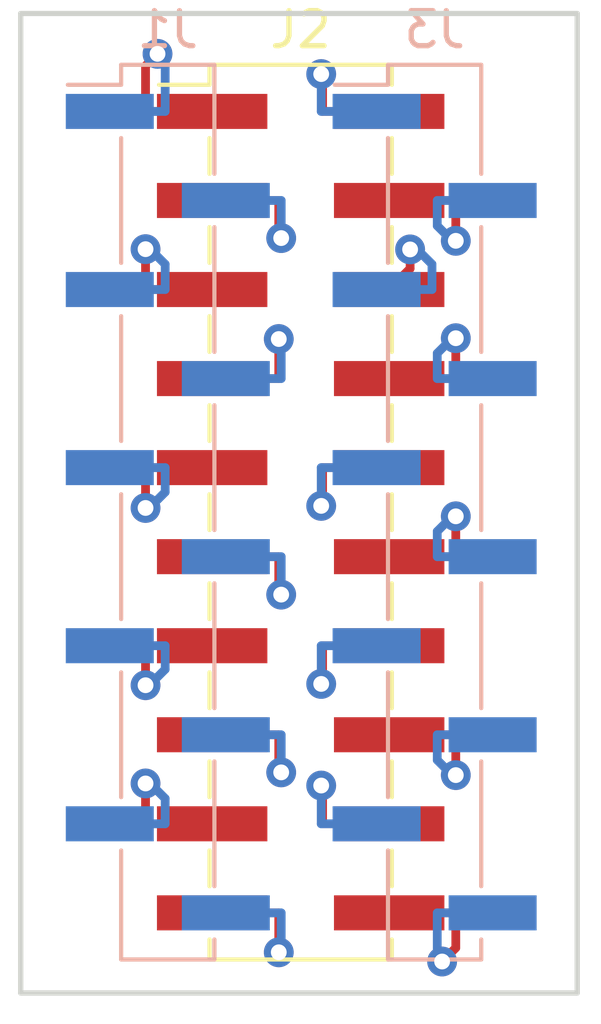
<source format=kicad_pcb>
(kicad_pcb (version 4) (host pcbnew 4.0.7-e2-6376~58~ubuntu16.04.1)

  (general
    (links 20)
    (no_connects 0)
    (area 139.668618 90.294 156.973382 119.864)
    (thickness 1.6)
    (drawings 4)
    (tracks 131)
    (zones 0)
    (modules 3)
    (nets 21)
  )

  (page A4)
  (layers
    (0 F.Cu signal)
    (31 B.Cu signal)
    (32 B.Adhes user)
    (33 F.Adhes user)
    (34 B.Paste user)
    (35 F.Paste user)
    (36 B.SilkS user)
    (37 F.SilkS user)
    (38 B.Mask user)
    (39 F.Mask user)
    (40 Dwgs.User user)
    (41 Cmts.User user)
    (42 Eco1.User user)
    (43 Eco2.User user)
    (44 Edge.Cuts user)
    (45 Margin user)
    (46 B.CrtYd user)
    (47 F.CrtYd user)
    (48 B.Fab user)
    (49 F.Fab user)
  )

  (setup
    (last_trace_width 0.25)
    (trace_clearance 0.2)
    (zone_clearance 0.508)
    (zone_45_only no)
    (trace_min 0.2)
    (segment_width 0.2)
    (edge_width 0.15)
    (via_size 0.85)
    (via_drill 0.45)
    (via_min_size 0.4)
    (via_min_drill 0.3)
    (uvia_size 0.3)
    (uvia_drill 0.1)
    (uvias_allowed no)
    (uvia_min_size 0.2)
    (uvia_min_drill 0.1)
    (pcb_text_width 0.3)
    (pcb_text_size 1.5 1.5)
    (mod_edge_width 0.15)
    (mod_text_size 1 1)
    (mod_text_width 0.15)
    (pad_size 1.524 1.524)
    (pad_drill 0.762)
    (pad_to_mask_clearance 0.2)
    (aux_axis_origin 0 0)
    (visible_elements FFFFFF7F)
    (pcbplotparams
      (layerselection 0x010f0_80000001)
      (usegerberextensions true)
      (excludeedgelayer true)
      (linewidth 0.100000)
      (plotframeref false)
      (viasonmask false)
      (mode 1)
      (useauxorigin false)
      (hpglpennumber 1)
      (hpglpenspeed 20)
      (hpglpendiameter 15)
      (hpglpenoverlay 2)
      (psnegative false)
      (psa4output false)
      (plotreference true)
      (plotvalue true)
      (plotinvisibletext false)
      (padsonsilk false)
      (subtractmaskfromsilk false)
      (outputformat 1)
      (mirror false)
      (drillshape 0)
      (scaleselection 1)
      (outputdirectory r_02x10_gerber/))
  )

  (net 0 "")
  (net 1 "Net-(J1-Pad2)")
  (net 2 "Net-(J1-Pad4)")
  (net 3 "Net-(J1-Pad6)")
  (net 4 "Net-(J1-Pad8)")
  (net 5 "Net-(J1-Pad10)")
  (net 6 "Net-(J1-Pad1)")
  (net 7 "Net-(J1-Pad3)")
  (net 8 "Net-(J1-Pad5)")
  (net 9 "Net-(J1-Pad7)")
  (net 10 "Net-(J1-Pad9)")
  (net 11 "Net-(J2-Pad2)")
  (net 12 "Net-(J2-Pad4)")
  (net 13 "Net-(J2-Pad6)")
  (net 14 "Net-(J2-Pad8)")
  (net 15 "Net-(J2-Pad10)")
  (net 16 "Net-(J2-Pad12)")
  (net 17 "Net-(J2-Pad14)")
  (net 18 "Net-(J2-Pad16)")
  (net 19 "Net-(J2-Pad18)")
  (net 20 "Net-(J2-Pad20)")

  (net_class Default "This is the default net class."
    (clearance 0.2)
    (trace_width 0.25)
    (via_dia 0.85)
    (via_drill 0.45)
    (uvia_dia 0.3)
    (uvia_drill 0.1)
    (add_net "Net-(J1-Pad1)")
    (add_net "Net-(J1-Pad10)")
    (add_net "Net-(J1-Pad2)")
    (add_net "Net-(J1-Pad3)")
    (add_net "Net-(J1-Pad4)")
    (add_net "Net-(J1-Pad5)")
    (add_net "Net-(J1-Pad6)")
    (add_net "Net-(J1-Pad7)")
    (add_net "Net-(J1-Pad8)")
    (add_net "Net-(J1-Pad9)")
    (add_net "Net-(J2-Pad10)")
    (add_net "Net-(J2-Pad12)")
    (add_net "Net-(J2-Pad14)")
    (add_net "Net-(J2-Pad16)")
    (add_net "Net-(J2-Pad18)")
    (add_net "Net-(J2-Pad2)")
    (add_net "Net-(J2-Pad20)")
    (add_net "Net-(J2-Pad4)")
    (add_net "Net-(J2-Pad6)")
    (add_net "Net-(J2-Pad8)")
  )

  (module Pin_Headers:Pin_Header_Straight_1x10_Pitch2.54mm_SMD_Pin1Right (layer B.Cu) (tedit 59650532) (tstamp 5A4D6E18)
    (at 144.53 105.029 180)
    (descr "surface-mounted straight pin header, 1x10, 2.54mm pitch, single row, style 2 (pin 1 right)")
    (tags "Surface mounted pin header SMD 1x10 2.54mm single row style2 pin1 right")
    (path /5A4D11B2)
    (attr smd)
    (fp_text reference J1 (at 0 13.76 180) (layer B.SilkS)
      (effects (font (size 1 1) (thickness 0.15)) (justify mirror))
    )
    (fp_text value Conn_01x10_Odd (at -3.425 3.4036 270) (layer B.Fab)
      (effects (font (size 1 1) (thickness 0.15)) (justify mirror))
    )
    (fp_line (start 1.27 -12.7) (end -1.27 -12.7) (layer B.Fab) (width 0.1))
    (fp_line (start -1.27 12.7) (end 0.32 12.7) (layer B.Fab) (width 0.1))
    (fp_line (start 1.27 -12.7) (end 1.27 11.75) (layer B.Fab) (width 0.1))
    (fp_line (start 1.27 11.75) (end 0.32 12.7) (layer B.Fab) (width 0.1))
    (fp_line (start -1.27 12.7) (end -1.27 -12.7) (layer B.Fab) (width 0.1))
    (fp_line (start -1.27 9.21) (end -2.54 9.21) (layer B.Fab) (width 0.1))
    (fp_line (start -2.54 9.21) (end -2.54 8.57) (layer B.Fab) (width 0.1))
    (fp_line (start -2.54 8.57) (end -1.27 8.57) (layer B.Fab) (width 0.1))
    (fp_line (start -1.27 4.13) (end -2.54 4.13) (layer B.Fab) (width 0.1))
    (fp_line (start -2.54 4.13) (end -2.54 3.49) (layer B.Fab) (width 0.1))
    (fp_line (start -2.54 3.49) (end -1.27 3.49) (layer B.Fab) (width 0.1))
    (fp_line (start -1.27 -0.95) (end -2.54 -0.95) (layer B.Fab) (width 0.1))
    (fp_line (start -2.54 -0.95) (end -2.54 -1.59) (layer B.Fab) (width 0.1))
    (fp_line (start -2.54 -1.59) (end -1.27 -1.59) (layer B.Fab) (width 0.1))
    (fp_line (start -1.27 -6.03) (end -2.54 -6.03) (layer B.Fab) (width 0.1))
    (fp_line (start -2.54 -6.03) (end -2.54 -6.67) (layer B.Fab) (width 0.1))
    (fp_line (start -2.54 -6.67) (end -1.27 -6.67) (layer B.Fab) (width 0.1))
    (fp_line (start -1.27 -11.11) (end -2.54 -11.11) (layer B.Fab) (width 0.1))
    (fp_line (start -2.54 -11.11) (end -2.54 -11.75) (layer B.Fab) (width 0.1))
    (fp_line (start -2.54 -11.75) (end -1.27 -11.75) (layer B.Fab) (width 0.1))
    (fp_line (start 1.27 11.75) (end 2.54 11.75) (layer B.Fab) (width 0.1))
    (fp_line (start 2.54 11.75) (end 2.54 11.11) (layer B.Fab) (width 0.1))
    (fp_line (start 2.54 11.11) (end 1.27 11.11) (layer B.Fab) (width 0.1))
    (fp_line (start 1.27 6.67) (end 2.54 6.67) (layer B.Fab) (width 0.1))
    (fp_line (start 2.54 6.67) (end 2.54 6.03) (layer B.Fab) (width 0.1))
    (fp_line (start 2.54 6.03) (end 1.27 6.03) (layer B.Fab) (width 0.1))
    (fp_line (start 1.27 1.59) (end 2.54 1.59) (layer B.Fab) (width 0.1))
    (fp_line (start 2.54 1.59) (end 2.54 0.95) (layer B.Fab) (width 0.1))
    (fp_line (start 2.54 0.95) (end 1.27 0.95) (layer B.Fab) (width 0.1))
    (fp_line (start 1.27 -3.49) (end 2.54 -3.49) (layer B.Fab) (width 0.1))
    (fp_line (start 2.54 -3.49) (end 2.54 -4.13) (layer B.Fab) (width 0.1))
    (fp_line (start 2.54 -4.13) (end 1.27 -4.13) (layer B.Fab) (width 0.1))
    (fp_line (start 1.27 -8.57) (end 2.54 -8.57) (layer B.Fab) (width 0.1))
    (fp_line (start 2.54 -8.57) (end 2.54 -9.21) (layer B.Fab) (width 0.1))
    (fp_line (start 2.54 -9.21) (end 1.27 -9.21) (layer B.Fab) (width 0.1))
    (fp_line (start -1.33 12.76) (end 1.33 12.76) (layer B.SilkS) (width 0.12))
    (fp_line (start -1.33 -12.76) (end 1.33 -12.76) (layer B.SilkS) (width 0.12))
    (fp_line (start 1.33 10.67) (end 1.33 7.11) (layer B.SilkS) (width 0.12))
    (fp_line (start 1.33 5.59) (end 1.33 2.03) (layer B.SilkS) (width 0.12))
    (fp_line (start 1.33 0.51) (end 1.33 -3.05) (layer B.SilkS) (width 0.12))
    (fp_line (start 1.33 -4.57) (end 1.33 -8.13) (layer B.SilkS) (width 0.12))
    (fp_line (start 1.33 -9.65) (end 1.33 -12.76) (layer B.SilkS) (width 0.12))
    (fp_line (start -1.33 12.76) (end -1.33 9.65) (layer B.SilkS) (width 0.12))
    (fp_line (start 1.33 12.19) (end 2.85 12.19) (layer B.SilkS) (width 0.12))
    (fp_line (start 1.33 12.76) (end 1.33 12.19) (layer B.SilkS) (width 0.12))
    (fp_line (start -1.33 -12.19) (end -1.33 -12.76) (layer B.SilkS) (width 0.12))
    (fp_line (start -1.33 8.13) (end -1.33 4.57) (layer B.SilkS) (width 0.12))
    (fp_line (start -1.33 3.05) (end -1.33 -0.51) (layer B.SilkS) (width 0.12))
    (fp_line (start -1.33 -2.03) (end -1.33 -5.59) (layer B.SilkS) (width 0.12))
    (fp_line (start -1.33 -7.11) (end -1.33 -10.67) (layer B.SilkS) (width 0.12))
    (fp_line (start -3.45 13.2) (end -3.45 -13.2) (layer B.CrtYd) (width 0.05))
    (fp_line (start -3.45 -13.2) (end 3.45 -13.2) (layer B.CrtYd) (width 0.05))
    (fp_line (start 3.45 -13.2) (end 3.45 13.2) (layer B.CrtYd) (width 0.05))
    (fp_line (start 3.45 13.2) (end -3.45 13.2) (layer B.CrtYd) (width 0.05))
    (fp_text user %R (at 0 0 450) (layer B.Fab)
      (effects (font (size 1 1) (thickness 0.15)) (justify mirror))
    )
    (pad 2 smd rect (at -1.655 8.89 180) (size 2.51 1) (layers B.Cu B.Paste B.Mask)
      (net 1 "Net-(J1-Pad2)"))
    (pad 4 smd rect (at -1.655 3.81 180) (size 2.51 1) (layers B.Cu B.Paste B.Mask)
      (net 2 "Net-(J1-Pad4)"))
    (pad 6 smd rect (at -1.655 -1.27 180) (size 2.51 1) (layers B.Cu B.Paste B.Mask)
      (net 3 "Net-(J1-Pad6)"))
    (pad 8 smd rect (at -1.655 -6.35 180) (size 2.51 1) (layers B.Cu B.Paste B.Mask)
      (net 4 "Net-(J1-Pad8)"))
    (pad 10 smd rect (at -1.655 -11.43 180) (size 2.51 1) (layers B.Cu B.Paste B.Mask)
      (net 5 "Net-(J1-Pad10)"))
    (pad 1 smd rect (at 1.655 11.43 180) (size 2.51 1) (layers B.Cu B.Paste B.Mask)
      (net 6 "Net-(J1-Pad1)"))
    (pad 3 smd rect (at 1.655 6.35 180) (size 2.51 1) (layers B.Cu B.Paste B.Mask)
      (net 7 "Net-(J1-Pad3)"))
    (pad 5 smd rect (at 1.655 1.27 180) (size 2.51 1) (layers B.Cu B.Paste B.Mask)
      (net 8 "Net-(J1-Pad5)"))
    (pad 7 smd rect (at 1.655 -3.81 180) (size 2.51 1) (layers B.Cu B.Paste B.Mask)
      (net 9 "Net-(J1-Pad7)"))
    (pad 9 smd rect (at 1.655 -8.89 180) (size 2.51 1) (layers B.Cu B.Paste B.Mask)
      (net 10 "Net-(J1-Pad9)"))
    (model ${KISYS3DMOD}/Pin_Headers.3dshapes/Pin_Header_Straight_1x10_Pitch2.54mm_SMD_Pin1Right.wrl
      (at (xyz 0 0 0))
      (scale (xyz 1 1 1))
      (rotate (xyz 0 0 0))
    )
  )

  (module Pin_Headers:Pin_Header_Straight_1x10_Pitch2.54mm_SMD_Pin1Right (layer B.Cu) (tedit 59650532) (tstamp 5A4D6E3E)
    (at 152.142 105.029 180)
    (descr "surface-mounted straight pin header, 1x10, 2.54mm pitch, single row, style 2 (pin 1 right)")
    (tags "Surface mounted pin header SMD 1x10 2.54mm single row style2 pin1 right")
    (path /5A4D1177)
    (attr smd)
    (fp_text reference J3 (at 0 13.76 180) (layer B.SilkS)
      (effects (font (size 1 1) (thickness 0.15)) (justify mirror))
    )
    (fp_text value Conn_01x10_Even (at 3.552 1.524 270) (layer B.Fab)
      (effects (font (size 1 1) (thickness 0.15)) (justify mirror))
    )
    (fp_line (start 1.27 -12.7) (end -1.27 -12.7) (layer B.Fab) (width 0.1))
    (fp_line (start -1.27 12.7) (end 0.32 12.7) (layer B.Fab) (width 0.1))
    (fp_line (start 1.27 -12.7) (end 1.27 11.75) (layer B.Fab) (width 0.1))
    (fp_line (start 1.27 11.75) (end 0.32 12.7) (layer B.Fab) (width 0.1))
    (fp_line (start -1.27 12.7) (end -1.27 -12.7) (layer B.Fab) (width 0.1))
    (fp_line (start -1.27 9.21) (end -2.54 9.21) (layer B.Fab) (width 0.1))
    (fp_line (start -2.54 9.21) (end -2.54 8.57) (layer B.Fab) (width 0.1))
    (fp_line (start -2.54 8.57) (end -1.27 8.57) (layer B.Fab) (width 0.1))
    (fp_line (start -1.27 4.13) (end -2.54 4.13) (layer B.Fab) (width 0.1))
    (fp_line (start -2.54 4.13) (end -2.54 3.49) (layer B.Fab) (width 0.1))
    (fp_line (start -2.54 3.49) (end -1.27 3.49) (layer B.Fab) (width 0.1))
    (fp_line (start -1.27 -0.95) (end -2.54 -0.95) (layer B.Fab) (width 0.1))
    (fp_line (start -2.54 -0.95) (end -2.54 -1.59) (layer B.Fab) (width 0.1))
    (fp_line (start -2.54 -1.59) (end -1.27 -1.59) (layer B.Fab) (width 0.1))
    (fp_line (start -1.27 -6.03) (end -2.54 -6.03) (layer B.Fab) (width 0.1))
    (fp_line (start -2.54 -6.03) (end -2.54 -6.67) (layer B.Fab) (width 0.1))
    (fp_line (start -2.54 -6.67) (end -1.27 -6.67) (layer B.Fab) (width 0.1))
    (fp_line (start -1.27 -11.11) (end -2.54 -11.11) (layer B.Fab) (width 0.1))
    (fp_line (start -2.54 -11.11) (end -2.54 -11.75) (layer B.Fab) (width 0.1))
    (fp_line (start -2.54 -11.75) (end -1.27 -11.75) (layer B.Fab) (width 0.1))
    (fp_line (start 1.27 11.75) (end 2.54 11.75) (layer B.Fab) (width 0.1))
    (fp_line (start 2.54 11.75) (end 2.54 11.11) (layer B.Fab) (width 0.1))
    (fp_line (start 2.54 11.11) (end 1.27 11.11) (layer B.Fab) (width 0.1))
    (fp_line (start 1.27 6.67) (end 2.54 6.67) (layer B.Fab) (width 0.1))
    (fp_line (start 2.54 6.67) (end 2.54 6.03) (layer B.Fab) (width 0.1))
    (fp_line (start 2.54 6.03) (end 1.27 6.03) (layer B.Fab) (width 0.1))
    (fp_line (start 1.27 1.59) (end 2.54 1.59) (layer B.Fab) (width 0.1))
    (fp_line (start 2.54 1.59) (end 2.54 0.95) (layer B.Fab) (width 0.1))
    (fp_line (start 2.54 0.95) (end 1.27 0.95) (layer B.Fab) (width 0.1))
    (fp_line (start 1.27 -3.49) (end 2.54 -3.49) (layer B.Fab) (width 0.1))
    (fp_line (start 2.54 -3.49) (end 2.54 -4.13) (layer B.Fab) (width 0.1))
    (fp_line (start 2.54 -4.13) (end 1.27 -4.13) (layer B.Fab) (width 0.1))
    (fp_line (start 1.27 -8.57) (end 2.54 -8.57) (layer B.Fab) (width 0.1))
    (fp_line (start 2.54 -8.57) (end 2.54 -9.21) (layer B.Fab) (width 0.1))
    (fp_line (start 2.54 -9.21) (end 1.27 -9.21) (layer B.Fab) (width 0.1))
    (fp_line (start -1.33 12.76) (end 1.33 12.76) (layer B.SilkS) (width 0.12))
    (fp_line (start -1.33 -12.76) (end 1.33 -12.76) (layer B.SilkS) (width 0.12))
    (fp_line (start 1.33 10.67) (end 1.33 7.11) (layer B.SilkS) (width 0.12))
    (fp_line (start 1.33 5.59) (end 1.33 2.03) (layer B.SilkS) (width 0.12))
    (fp_line (start 1.33 0.51) (end 1.33 -3.05) (layer B.SilkS) (width 0.12))
    (fp_line (start 1.33 -4.57) (end 1.33 -8.13) (layer B.SilkS) (width 0.12))
    (fp_line (start 1.33 -9.65) (end 1.33 -12.76) (layer B.SilkS) (width 0.12))
    (fp_line (start -1.33 12.76) (end -1.33 9.65) (layer B.SilkS) (width 0.12))
    (fp_line (start 1.33 12.19) (end 2.85 12.19) (layer B.SilkS) (width 0.12))
    (fp_line (start 1.33 12.76) (end 1.33 12.19) (layer B.SilkS) (width 0.12))
    (fp_line (start -1.33 -12.19) (end -1.33 -12.76) (layer B.SilkS) (width 0.12))
    (fp_line (start -1.33 8.13) (end -1.33 4.57) (layer B.SilkS) (width 0.12))
    (fp_line (start -1.33 3.05) (end -1.33 -0.51) (layer B.SilkS) (width 0.12))
    (fp_line (start -1.33 -2.03) (end -1.33 -5.59) (layer B.SilkS) (width 0.12))
    (fp_line (start -1.33 -7.11) (end -1.33 -10.67) (layer B.SilkS) (width 0.12))
    (fp_line (start -3.45 13.2) (end -3.45 -13.2) (layer B.CrtYd) (width 0.05))
    (fp_line (start -3.45 -13.2) (end 3.45 -13.2) (layer B.CrtYd) (width 0.05))
    (fp_line (start 3.45 -13.2) (end 3.45 13.2) (layer B.CrtYd) (width 0.05))
    (fp_line (start 3.45 13.2) (end -3.45 13.2) (layer B.CrtYd) (width 0.05))
    (fp_text user %R (at 0 0 450) (layer B.Fab)
      (effects (font (size 1 1) (thickness 0.15)) (justify mirror))
    )
    (pad 2 smd rect (at -1.655 8.89 180) (size 2.51 1) (layers B.Cu B.Paste B.Mask)
      (net 12 "Net-(J2-Pad4)"))
    (pad 4 smd rect (at -1.655 3.81 180) (size 2.51 1) (layers B.Cu B.Paste B.Mask)
      (net 14 "Net-(J2-Pad8)"))
    (pad 6 smd rect (at -1.655 -1.27 180) (size 2.51 1) (layers B.Cu B.Paste B.Mask)
      (net 16 "Net-(J2-Pad12)"))
    (pad 8 smd rect (at -1.655 -6.35 180) (size 2.51 1) (layers B.Cu B.Paste B.Mask)
      (net 18 "Net-(J2-Pad16)"))
    (pad 10 smd rect (at -1.655 -11.43 180) (size 2.51 1) (layers B.Cu B.Paste B.Mask)
      (net 20 "Net-(J2-Pad20)"))
    (pad 1 smd rect (at 1.655 11.43 180) (size 2.51 1) (layers B.Cu B.Paste B.Mask)
      (net 11 "Net-(J2-Pad2)"))
    (pad 3 smd rect (at 1.655 6.35 180) (size 2.51 1) (layers B.Cu B.Paste B.Mask)
      (net 13 "Net-(J2-Pad6)"))
    (pad 5 smd rect (at 1.655 1.27 180) (size 2.51 1) (layers B.Cu B.Paste B.Mask)
      (net 15 "Net-(J2-Pad10)"))
    (pad 7 smd rect (at 1.655 -3.81 180) (size 2.51 1) (layers B.Cu B.Paste B.Mask)
      (net 17 "Net-(J2-Pad14)"))
    (pad 9 smd rect (at 1.655 -8.89 180) (size 2.51 1) (layers B.Cu B.Paste B.Mask)
      (net 19 "Net-(J2-Pad18)"))
    (model ${KISYS3DMOD}/Pin_Headers.3dshapes/Pin_Header_Straight_1x10_Pitch2.54mm_SMD_Pin1Right.wrl
      (at (xyz 0 0 0))
      (scale (xyz 1 1 1))
      (rotate (xyz 0 0 0))
    )
  )

  (module Pin_Headers:Pin_Header_Straight_2x10_Pitch2.54mm_SMD (layer F.Cu) (tedit 59650532) (tstamp 5A5104A4)
    (at 148.321 105.029)
    (descr "surface-mounted straight pin header, 2x10, 2.54mm pitch, double rows")
    (tags "Surface mounted pin header SMD 2x10 2.54mm double row")
    (path /5A4D1113)
    (attr smd)
    (fp_text reference J2 (at 0 -13.76) (layer F.SilkS)
      (effects (font (size 1 1) (thickness 0.15)))
    )
    (fp_text value Conn_02x10_Odd_Even (at 0 13.76) (layer F.Fab)
      (effects (font (size 1 1) (thickness 0.15)))
    )
    (fp_line (start 2.54 12.7) (end -2.54 12.7) (layer F.Fab) (width 0.1))
    (fp_line (start -1.59 -12.7) (end 2.54 -12.7) (layer F.Fab) (width 0.1))
    (fp_line (start -2.54 12.7) (end -2.54 -11.75) (layer F.Fab) (width 0.1))
    (fp_line (start -2.54 -11.75) (end -1.59 -12.7) (layer F.Fab) (width 0.1))
    (fp_line (start 2.54 -12.7) (end 2.54 12.7) (layer F.Fab) (width 0.1))
    (fp_line (start -2.54 -11.75) (end -3.6 -11.75) (layer F.Fab) (width 0.1))
    (fp_line (start -3.6 -11.75) (end -3.6 -11.11) (layer F.Fab) (width 0.1))
    (fp_line (start -3.6 -11.11) (end -2.54 -11.11) (layer F.Fab) (width 0.1))
    (fp_line (start 2.54 -11.75) (end 3.6 -11.75) (layer F.Fab) (width 0.1))
    (fp_line (start 3.6 -11.75) (end 3.6 -11.11) (layer F.Fab) (width 0.1))
    (fp_line (start 3.6 -11.11) (end 2.54 -11.11) (layer F.Fab) (width 0.1))
    (fp_line (start -2.54 -9.21) (end -3.6 -9.21) (layer F.Fab) (width 0.1))
    (fp_line (start -3.6 -9.21) (end -3.6 -8.57) (layer F.Fab) (width 0.1))
    (fp_line (start -3.6 -8.57) (end -2.54 -8.57) (layer F.Fab) (width 0.1))
    (fp_line (start 2.54 -9.21) (end 3.6 -9.21) (layer F.Fab) (width 0.1))
    (fp_line (start 3.6 -9.21) (end 3.6 -8.57) (layer F.Fab) (width 0.1))
    (fp_line (start 3.6 -8.57) (end 2.54 -8.57) (layer F.Fab) (width 0.1))
    (fp_line (start -2.54 -6.67) (end -3.6 -6.67) (layer F.Fab) (width 0.1))
    (fp_line (start -3.6 -6.67) (end -3.6 -6.03) (layer F.Fab) (width 0.1))
    (fp_line (start -3.6 -6.03) (end -2.54 -6.03) (layer F.Fab) (width 0.1))
    (fp_line (start 2.54 -6.67) (end 3.6 -6.67) (layer F.Fab) (width 0.1))
    (fp_line (start 3.6 -6.67) (end 3.6 -6.03) (layer F.Fab) (width 0.1))
    (fp_line (start 3.6 -6.03) (end 2.54 -6.03) (layer F.Fab) (width 0.1))
    (fp_line (start -2.54 -4.13) (end -3.6 -4.13) (layer F.Fab) (width 0.1))
    (fp_line (start -3.6 -4.13) (end -3.6 -3.49) (layer F.Fab) (width 0.1))
    (fp_line (start -3.6 -3.49) (end -2.54 -3.49) (layer F.Fab) (width 0.1))
    (fp_line (start 2.54 -4.13) (end 3.6 -4.13) (layer F.Fab) (width 0.1))
    (fp_line (start 3.6 -4.13) (end 3.6 -3.49) (layer F.Fab) (width 0.1))
    (fp_line (start 3.6 -3.49) (end 2.54 -3.49) (layer F.Fab) (width 0.1))
    (fp_line (start -2.54 -1.59) (end -3.6 -1.59) (layer F.Fab) (width 0.1))
    (fp_line (start -3.6 -1.59) (end -3.6 -0.95) (layer F.Fab) (width 0.1))
    (fp_line (start -3.6 -0.95) (end -2.54 -0.95) (layer F.Fab) (width 0.1))
    (fp_line (start 2.54 -1.59) (end 3.6 -1.59) (layer F.Fab) (width 0.1))
    (fp_line (start 3.6 -1.59) (end 3.6 -0.95) (layer F.Fab) (width 0.1))
    (fp_line (start 3.6 -0.95) (end 2.54 -0.95) (layer F.Fab) (width 0.1))
    (fp_line (start -2.54 0.95) (end -3.6 0.95) (layer F.Fab) (width 0.1))
    (fp_line (start -3.6 0.95) (end -3.6 1.59) (layer F.Fab) (width 0.1))
    (fp_line (start -3.6 1.59) (end -2.54 1.59) (layer F.Fab) (width 0.1))
    (fp_line (start 2.54 0.95) (end 3.6 0.95) (layer F.Fab) (width 0.1))
    (fp_line (start 3.6 0.95) (end 3.6 1.59) (layer F.Fab) (width 0.1))
    (fp_line (start 3.6 1.59) (end 2.54 1.59) (layer F.Fab) (width 0.1))
    (fp_line (start -2.54 3.49) (end -3.6 3.49) (layer F.Fab) (width 0.1))
    (fp_line (start -3.6 3.49) (end -3.6 4.13) (layer F.Fab) (width 0.1))
    (fp_line (start -3.6 4.13) (end -2.54 4.13) (layer F.Fab) (width 0.1))
    (fp_line (start 2.54 3.49) (end 3.6 3.49) (layer F.Fab) (width 0.1))
    (fp_line (start 3.6 3.49) (end 3.6 4.13) (layer F.Fab) (width 0.1))
    (fp_line (start 3.6 4.13) (end 2.54 4.13) (layer F.Fab) (width 0.1))
    (fp_line (start -2.54 6.03) (end -3.6 6.03) (layer F.Fab) (width 0.1))
    (fp_line (start -3.6 6.03) (end -3.6 6.67) (layer F.Fab) (width 0.1))
    (fp_line (start -3.6 6.67) (end -2.54 6.67) (layer F.Fab) (width 0.1))
    (fp_line (start 2.54 6.03) (end 3.6 6.03) (layer F.Fab) (width 0.1))
    (fp_line (start 3.6 6.03) (end 3.6 6.67) (layer F.Fab) (width 0.1))
    (fp_line (start 3.6 6.67) (end 2.54 6.67) (layer F.Fab) (width 0.1))
    (fp_line (start -2.54 8.57) (end -3.6 8.57) (layer F.Fab) (width 0.1))
    (fp_line (start -3.6 8.57) (end -3.6 9.21) (layer F.Fab) (width 0.1))
    (fp_line (start -3.6 9.21) (end -2.54 9.21) (layer F.Fab) (width 0.1))
    (fp_line (start 2.54 8.57) (end 3.6 8.57) (layer F.Fab) (width 0.1))
    (fp_line (start 3.6 8.57) (end 3.6 9.21) (layer F.Fab) (width 0.1))
    (fp_line (start 3.6 9.21) (end 2.54 9.21) (layer F.Fab) (width 0.1))
    (fp_line (start -2.54 11.11) (end -3.6 11.11) (layer F.Fab) (width 0.1))
    (fp_line (start -3.6 11.11) (end -3.6 11.75) (layer F.Fab) (width 0.1))
    (fp_line (start -3.6 11.75) (end -2.54 11.75) (layer F.Fab) (width 0.1))
    (fp_line (start 2.54 11.11) (end 3.6 11.11) (layer F.Fab) (width 0.1))
    (fp_line (start 3.6 11.11) (end 3.6 11.75) (layer F.Fab) (width 0.1))
    (fp_line (start 3.6 11.75) (end 2.54 11.75) (layer F.Fab) (width 0.1))
    (fp_line (start -2.6 -12.76) (end 2.6 -12.76) (layer F.SilkS) (width 0.12))
    (fp_line (start -2.6 12.76) (end 2.6 12.76) (layer F.SilkS) (width 0.12))
    (fp_line (start -4.04 -12.19) (end -2.6 -12.19) (layer F.SilkS) (width 0.12))
    (fp_line (start -2.6 -12.76) (end -2.6 -12.19) (layer F.SilkS) (width 0.12))
    (fp_line (start 2.6 -12.76) (end 2.6 -12.19) (layer F.SilkS) (width 0.12))
    (fp_line (start -2.6 12.19) (end -2.6 12.76) (layer F.SilkS) (width 0.12))
    (fp_line (start 2.6 12.19) (end 2.6 12.76) (layer F.SilkS) (width 0.12))
    (fp_line (start -2.6 -10.67) (end -2.6 -9.65) (layer F.SilkS) (width 0.12))
    (fp_line (start 2.6 -10.67) (end 2.6 -9.65) (layer F.SilkS) (width 0.12))
    (fp_line (start -2.6 -8.13) (end -2.6 -7.11) (layer F.SilkS) (width 0.12))
    (fp_line (start 2.6 -8.13) (end 2.6 -7.11) (layer F.SilkS) (width 0.12))
    (fp_line (start -2.6 -5.59) (end -2.6 -4.57) (layer F.SilkS) (width 0.12))
    (fp_line (start 2.6 -5.59) (end 2.6 -4.57) (layer F.SilkS) (width 0.12))
    (fp_line (start -2.6 -3.05) (end -2.6 -2.03) (layer F.SilkS) (width 0.12))
    (fp_line (start 2.6 -3.05) (end 2.6 -2.03) (layer F.SilkS) (width 0.12))
    (fp_line (start -2.6 -0.51) (end -2.6 0.51) (layer F.SilkS) (width 0.12))
    (fp_line (start 2.6 -0.51) (end 2.6 0.51) (layer F.SilkS) (width 0.12))
    (fp_line (start -2.6 2.03) (end -2.6 3.05) (layer F.SilkS) (width 0.12))
    (fp_line (start 2.6 2.03) (end 2.6 3.05) (layer F.SilkS) (width 0.12))
    (fp_line (start -2.6 4.57) (end -2.6 5.59) (layer F.SilkS) (width 0.12))
    (fp_line (start 2.6 4.57) (end 2.6 5.59) (layer F.SilkS) (width 0.12))
    (fp_line (start -2.6 7.11) (end -2.6 8.13) (layer F.SilkS) (width 0.12))
    (fp_line (start 2.6 7.11) (end 2.6 8.13) (layer F.SilkS) (width 0.12))
    (fp_line (start -2.6 9.65) (end -2.6 10.67) (layer F.SilkS) (width 0.12))
    (fp_line (start 2.6 9.65) (end 2.6 10.67) (layer F.SilkS) (width 0.12))
    (fp_line (start -5.9 -13.2) (end -5.9 13.2) (layer F.CrtYd) (width 0.05))
    (fp_line (start -5.9 13.2) (end 5.9 13.2) (layer F.CrtYd) (width 0.05))
    (fp_line (start 5.9 13.2) (end 5.9 -13.2) (layer F.CrtYd) (width 0.05))
    (fp_line (start 5.9 -13.2) (end -5.9 -13.2) (layer F.CrtYd) (width 0.05))
    (fp_text user %R (at 0 0 90) (layer F.Fab)
      (effects (font (size 1 1) (thickness 0.15)))
    )
    (pad 1 smd rect (at -2.525 -11.43) (size 3.15 1) (layers F.Cu F.Paste F.Mask)
      (net 6 "Net-(J1-Pad1)"))
    (pad 2 smd rect (at 2.525 -11.43) (size 3.15 1) (layers F.Cu F.Paste F.Mask)
      (net 11 "Net-(J2-Pad2)"))
    (pad 3 smd rect (at -2.525 -8.89) (size 3.15 1) (layers F.Cu F.Paste F.Mask)
      (net 1 "Net-(J1-Pad2)"))
    (pad 4 smd rect (at 2.525 -8.89) (size 3.15 1) (layers F.Cu F.Paste F.Mask)
      (net 12 "Net-(J2-Pad4)"))
    (pad 5 smd rect (at -2.525 -6.35) (size 3.15 1) (layers F.Cu F.Paste F.Mask)
      (net 7 "Net-(J1-Pad3)"))
    (pad 6 smd rect (at 2.525 -6.35) (size 3.15 1) (layers F.Cu F.Paste F.Mask)
      (net 13 "Net-(J2-Pad6)"))
    (pad 7 smd rect (at -2.525 -3.81) (size 3.15 1) (layers F.Cu F.Paste F.Mask)
      (net 2 "Net-(J1-Pad4)"))
    (pad 8 smd rect (at 2.525 -3.81) (size 3.15 1) (layers F.Cu F.Paste F.Mask)
      (net 14 "Net-(J2-Pad8)"))
    (pad 9 smd rect (at -2.525 -1.27) (size 3.15 1) (layers F.Cu F.Paste F.Mask)
      (net 8 "Net-(J1-Pad5)"))
    (pad 10 smd rect (at 2.525 -1.27) (size 3.15 1) (layers F.Cu F.Paste F.Mask)
      (net 15 "Net-(J2-Pad10)"))
    (pad 11 smd rect (at -2.525 1.27) (size 3.15 1) (layers F.Cu F.Paste F.Mask)
      (net 3 "Net-(J1-Pad6)"))
    (pad 12 smd rect (at 2.525 1.27) (size 3.15 1) (layers F.Cu F.Paste F.Mask)
      (net 16 "Net-(J2-Pad12)"))
    (pad 13 smd rect (at -2.525 3.81) (size 3.15 1) (layers F.Cu F.Paste F.Mask)
      (net 9 "Net-(J1-Pad7)"))
    (pad 14 smd rect (at 2.525 3.81) (size 3.15 1) (layers F.Cu F.Paste F.Mask)
      (net 17 "Net-(J2-Pad14)"))
    (pad 15 smd rect (at -2.525 6.35) (size 3.15 1) (layers F.Cu F.Paste F.Mask)
      (net 4 "Net-(J1-Pad8)"))
    (pad 16 smd rect (at 2.525 6.35) (size 3.15 1) (layers F.Cu F.Paste F.Mask)
      (net 18 "Net-(J2-Pad16)"))
    (pad 17 smd rect (at -2.525 8.89) (size 3.15 1) (layers F.Cu F.Paste F.Mask)
      (net 10 "Net-(J1-Pad9)"))
    (pad 18 smd rect (at 2.525 8.89) (size 3.15 1) (layers F.Cu F.Paste F.Mask)
      (net 19 "Net-(J2-Pad18)"))
    (pad 19 smd rect (at -2.525 11.43) (size 3.15 1) (layers F.Cu F.Paste F.Mask)
      (net 5 "Net-(J1-Pad10)"))
    (pad 20 smd rect (at 2.525 11.43) (size 3.15 1) (layers F.Cu F.Paste F.Mask)
      (net 20 "Net-(J2-Pad20)"))
    (model ${KISYS3DMOD}/Pin_Headers.3dshapes/Pin_Header_Straight_2x10_Pitch2.54mm_SMD.wrl
      (at (xyz 0 0 0))
      (scale (xyz 1 1 1))
      (rotate (xyz 0 0 0))
    )
  )

  (gr_line (start 156.21 118.745) (end 140.335 118.745) (layer Edge.Cuts) (width 0.15))
  (gr_line (start 140.335 90.805) (end 140.335 118.745) (layer Edge.Cuts) (width 0.15))
  (gr_line (start 156.21 90.805) (end 140.335 90.805) (layer Edge.Cuts) (width 0.15))
  (gr_line (start 156.21 118.745) (end 156.21 90.805) (layer Edge.Cuts) (width 0.15))

  (via (at 147.7653 97.2119) (size 0.85) (layers F.Cu B.Cu) (net 1))
  (segment (start 145.796 96.139) (end 147.6963 96.139) (width 0.25) (layer F.Cu) (net 1))
  (segment (start 146.185 96.139) (end 147.7653 96.139) (width 0.25) (layer B.Cu) (net 1))
  (segment (start 147.7653 96.139) (end 147.7653 97.2119) (width 0.25) (layer B.Cu) (net 1))
  (segment (start 147.6963 97.1429) (end 147.7653 97.2119) (width 0.25) (layer F.Cu) (net 1))
  (segment (start 147.6963 96.139) (end 147.6963 97.1429) (width 0.25) (layer F.Cu) (net 1))
  (via (at 147.6963 100.0913) (size 0.85) (layers F.Cu B.Cu) (net 2))
  (segment (start 145.796 101.219) (end 147.6963 101.219) (width 0.25) (layer F.Cu) (net 2))
  (segment (start 147.7653 100.1603) (end 147.6963 100.0913) (width 0.25) (layer B.Cu) (net 2))
  (segment (start 147.7653 101.219) (end 147.7653 100.1603) (width 0.25) (layer B.Cu) (net 2))
  (segment (start 147.6963 101.219) (end 147.6963 100.0913) (width 0.25) (layer F.Cu) (net 2))
  (segment (start 146.185 101.219) (end 147.7653 101.219) (width 0.25) (layer B.Cu) (net 2))
  (via (at 147.7653 107.3818) (size 0.85) (layers F.Cu B.Cu) (net 3))
  (segment (start 145.796 106.299) (end 147.6963 106.299) (width 0.25) (layer F.Cu) (net 3))
  (segment (start 146.185 106.299) (end 147.7653 106.299) (width 0.25) (layer B.Cu) (net 3))
  (segment (start 147.7653 106.299) (end 147.7653 107.3818) (width 0.25) (layer B.Cu) (net 3))
  (segment (start 147.6963 107.3128) (end 147.7653 107.3818) (width 0.25) (layer F.Cu) (net 3))
  (segment (start 147.6963 106.299) (end 147.6963 107.3128) (width 0.25) (layer F.Cu) (net 3))
  (via (at 147.7653 112.4519) (size 0.85) (layers F.Cu B.Cu) (net 4))
  (segment (start 145.796 111.379) (end 147.6963 111.379) (width 0.25) (layer F.Cu) (net 4))
  (segment (start 146.185 111.379) (end 147.7653 111.379) (width 0.25) (layer B.Cu) (net 4))
  (segment (start 147.7653 111.379) (end 147.7653 112.4519) (width 0.25) (layer B.Cu) (net 4))
  (segment (start 147.6963 112.3829) (end 147.7653 112.4519) (width 0.25) (layer F.Cu) (net 4))
  (segment (start 147.6963 111.379) (end 147.6963 112.3829) (width 0.25) (layer F.Cu) (net 4))
  (via (at 147.6963 117.5843) (size 0.85) (layers F.Cu B.Cu) (net 5))
  (segment (start 145.796 116.459) (end 147.6963 116.459) (width 0.25) (layer F.Cu) (net 5))
  (segment (start 147.7653 117.5153) (end 147.6963 117.5843) (width 0.25) (layer B.Cu) (net 5))
  (segment (start 147.7653 116.459) (end 147.7653 117.5153) (width 0.25) (layer B.Cu) (net 5))
  (segment (start 147.6963 116.459) (end 147.6963 117.5843) (width 0.25) (layer F.Cu) (net 5))
  (segment (start 146.185 116.459) (end 147.7653 116.459) (width 0.25) (layer B.Cu) (net 5))
  (via (at 144.2374 91.957) (size 0.85) (layers F.Cu B.Cu) (net 6))
  (segment (start 143.8957 92.2987) (end 144.2374 91.957) (width 0.25) (layer F.Cu) (net 6))
  (segment (start 143.8957 93.599) (end 143.8957 92.2987) (width 0.25) (layer F.Cu) (net 6))
  (segment (start 144.4553 92.1749) (end 144.4553 93.599) (width 0.25) (layer B.Cu) (net 6))
  (segment (start 144.2374 91.957) (end 144.4553 92.1749) (width 0.25) (layer B.Cu) (net 6))
  (segment (start 145.796 93.599) (end 143.8957 93.599) (width 0.25) (layer F.Cu) (net 6))
  (segment (start 142.875 93.599) (end 144.4553 93.599) (width 0.25) (layer B.Cu) (net 6))
  (via (at 143.8957 97.5281) (size 0.85) (layers F.Cu B.Cu) (net 7))
  (segment (start 145.796 98.679) (end 143.8957 98.679) (width 0.25) (layer F.Cu) (net 7))
  (segment (start 142.875 98.679) (end 144.4553 98.679) (width 0.25) (layer B.Cu) (net 7))
  (segment (start 144.0259 97.5281) (end 143.8957 97.5281) (width 0.25) (layer B.Cu) (net 7))
  (segment (start 144.4553 97.9575) (end 144.0259 97.5281) (width 0.25) (layer B.Cu) (net 7))
  (segment (start 144.4553 98.679) (end 144.4553 97.9575) (width 0.25) (layer B.Cu) (net 7))
  (segment (start 143.8957 98.679) (end 143.8957 97.5281) (width 0.25) (layer F.Cu) (net 7))
  (via (at 143.8957 104.9098) (size 0.85) (layers F.Cu B.Cu) (net 8))
  (segment (start 145.796 103.759) (end 143.8957 103.759) (width 0.25) (layer F.Cu) (net 8))
  (segment (start 142.875 103.759) (end 144.4553 103.759) (width 0.25) (layer B.Cu) (net 8))
  (segment (start 144.0028 104.9098) (end 143.8957 104.9098) (width 0.25) (layer B.Cu) (net 8))
  (segment (start 144.4553 104.4573) (end 144.0028 104.9098) (width 0.25) (layer B.Cu) (net 8))
  (segment (start 144.4553 103.759) (end 144.4553 104.4573) (width 0.25) (layer B.Cu) (net 8))
  (segment (start 143.8957 103.759) (end 143.8957 104.9098) (width 0.25) (layer F.Cu) (net 8))
  (via (at 143.8957 109.9661) (size 0.85) (layers F.Cu B.Cu) (net 9))
  (segment (start 145.796 108.839) (end 143.8957 108.839) (width 0.25) (layer F.Cu) (net 9))
  (segment (start 142.875 108.839) (end 144.4553 108.839) (width 0.25) (layer B.Cu) (net 9))
  (segment (start 144.0021 109.9661) (end 143.8957 109.9661) (width 0.25) (layer B.Cu) (net 9))
  (segment (start 144.4553 109.5129) (end 144.0021 109.9661) (width 0.25) (layer B.Cu) (net 9))
  (segment (start 144.4553 108.839) (end 144.4553 109.5129) (width 0.25) (layer B.Cu) (net 9))
  (segment (start 143.8957 108.839) (end 143.8957 109.9661) (width 0.25) (layer F.Cu) (net 9))
  (via (at 143.8957 112.7681) (size 0.85) (layers F.Cu B.Cu) (net 10))
  (segment (start 145.796 113.919) (end 143.8957 113.919) (width 0.25) (layer F.Cu) (net 10))
  (segment (start 142.875 113.919) (end 144.4553 113.919) (width 0.25) (layer B.Cu) (net 10))
  (segment (start 144.0259 112.7681) (end 143.8957 112.7681) (width 0.25) (layer B.Cu) (net 10))
  (segment (start 144.4553 113.1975) (end 144.0259 112.7681) (width 0.25) (layer B.Cu) (net 10))
  (segment (start 144.4553 113.919) (end 144.4553 113.1975) (width 0.25) (layer B.Cu) (net 10))
  (segment (start 143.8957 113.919) (end 143.8957 112.7681) (width 0.25) (layer F.Cu) (net 10))
  (via (at 148.9067 92.5337) (size 0.85) (layers F.Cu B.Cu) (net 11))
  (segment (start 150.846 93.599) (end 148.9457 93.599) (width 0.25) (layer F.Cu) (net 11))
  (segment (start 150.487 93.599) (end 148.9067 93.599) (width 0.25) (layer B.Cu) (net 11))
  (segment (start 148.9067 93.599) (end 148.9067 92.5337) (width 0.25) (layer B.Cu) (net 11))
  (segment (start 148.9457 92.5727) (end 148.9067 92.5337) (width 0.25) (layer F.Cu) (net 11))
  (segment (start 148.9457 93.599) (end 148.9457 92.5727) (width 0.25) (layer F.Cu) (net 11))
  (via (at 152.7463 97.2899) (size 0.85) (layers F.Cu B.Cu) (net 12))
  (segment (start 150.846 96.139) (end 152.7463 96.139) (width 0.25) (layer F.Cu) (net 12))
  (segment (start 153.797 96.139) (end 152.2167 96.139) (width 0.25) (layer B.Cu) (net 12))
  (segment (start 152.6461 97.2899) (end 152.7463 97.2899) (width 0.25) (layer B.Cu) (net 12))
  (segment (start 152.2167 96.8605) (end 152.6461 97.2899) (width 0.25) (layer B.Cu) (net 12))
  (segment (start 152.2167 96.139) (end 152.2167 96.8605) (width 0.25) (layer B.Cu) (net 12))
  (segment (start 152.7463 96.139) (end 152.7463 97.2899) (width 0.25) (layer F.Cu) (net 12))
  (via (at 151.443 97.5353) (size 0.85) (layers F.Cu B.Cu) (net 13))
  (segment (start 150.487 98.679) (end 152.0673 98.679) (width 0.25) (layer B.Cu) (net 13))
  (segment (start 151.6458 97.5353) (end 151.443 97.5353) (width 0.25) (layer B.Cu) (net 13))
  (segment (start 152.0673 97.9568) (end 151.6458 97.5353) (width 0.25) (layer B.Cu) (net 13))
  (segment (start 152.0673 98.679) (end 152.0673 97.9568) (width 0.25) (layer B.Cu) (net 13))
  (segment (start 151.443 98.082) (end 151.443 97.5353) (width 0.25) (layer F.Cu) (net 13))
  (segment (start 150.846 98.679) (end 151.443 98.082) (width 0.25) (layer F.Cu) (net 13))
  (via (at 152.7463 100.0681) (size 0.85) (layers F.Cu B.Cu) (net 14))
  (segment (start 150.846 101.219) (end 152.7463 101.219) (width 0.25) (layer F.Cu) (net 14))
  (segment (start 153.797 101.219) (end 152.2167 101.219) (width 0.25) (layer B.Cu) (net 14))
  (segment (start 152.6461 100.0681) (end 152.7463 100.0681) (width 0.25) (layer B.Cu) (net 14))
  (segment (start 152.2167 100.4975) (end 152.6461 100.0681) (width 0.25) (layer B.Cu) (net 14))
  (segment (start 152.2167 101.219) (end 152.2167 100.4975) (width 0.25) (layer B.Cu) (net 14))
  (segment (start 152.7463 101.219) (end 152.7463 100.0681) (width 0.25) (layer F.Cu) (net 14))
  (via (at 148.9067 104.8504) (size 0.85) (layers F.Cu B.Cu) (net 15))
  (segment (start 150.846 103.759) (end 148.9457 103.759) (width 0.25) (layer F.Cu) (net 15))
  (segment (start 150.487 103.759) (end 148.9067 103.759) (width 0.25) (layer B.Cu) (net 15))
  (segment (start 148.9067 103.759) (end 148.9067 104.8504) (width 0.25) (layer B.Cu) (net 15))
  (segment (start 148.9457 104.8114) (end 148.9067 104.8504) (width 0.25) (layer F.Cu) (net 15))
  (segment (start 148.9457 103.759) (end 148.9457 104.8114) (width 0.25) (layer F.Cu) (net 15))
  (via (at 152.7463 105.1481) (size 0.85) (layers F.Cu B.Cu) (net 16))
  (segment (start 150.846 106.299) (end 152.7463 106.299) (width 0.25) (layer F.Cu) (net 16))
  (segment (start 153.797 106.299) (end 152.2167 106.299) (width 0.25) (layer B.Cu) (net 16))
  (segment (start 152.6461 105.1481) (end 152.7463 105.1481) (width 0.25) (layer B.Cu) (net 16))
  (segment (start 152.2167 105.5775) (end 152.6461 105.1481) (width 0.25) (layer B.Cu) (net 16))
  (segment (start 152.2167 106.299) (end 152.2167 105.5775) (width 0.25) (layer B.Cu) (net 16))
  (segment (start 152.7463 106.299) (end 152.7463 105.1481) (width 0.25) (layer F.Cu) (net 16))
  (via (at 148.9067 109.9288) (size 0.85) (layers F.Cu B.Cu) (net 17))
  (segment (start 150.846 108.839) (end 148.9457 108.839) (width 0.25) (layer F.Cu) (net 17))
  (segment (start 150.487 108.839) (end 148.9067 108.839) (width 0.25) (layer B.Cu) (net 17))
  (segment (start 148.9067 108.839) (end 148.9067 109.9288) (width 0.25) (layer B.Cu) (net 17))
  (segment (start 148.9457 109.8898) (end 148.9067 109.9288) (width 0.25) (layer F.Cu) (net 17))
  (segment (start 148.9457 108.839) (end 148.9457 109.8898) (width 0.25) (layer F.Cu) (net 17))
  (via (at 152.7463 112.5299) (size 0.85) (layers F.Cu B.Cu) (net 18))
  (segment (start 150.846 111.379) (end 152.7463 111.379) (width 0.25) (layer F.Cu) (net 18))
  (segment (start 153.797 111.379) (end 152.2167 111.379) (width 0.25) (layer B.Cu) (net 18))
  (segment (start 152.6461 112.5299) (end 152.7463 112.5299) (width 0.25) (layer B.Cu) (net 18))
  (segment (start 152.2167 112.1005) (end 152.6461 112.5299) (width 0.25) (layer B.Cu) (net 18))
  (segment (start 152.2167 111.379) (end 152.2167 112.1005) (width 0.25) (layer B.Cu) (net 18))
  (segment (start 152.7463 111.379) (end 152.7463 112.5299) (width 0.25) (layer F.Cu) (net 18))
  (via (at 148.9067 112.8276) (size 0.85) (layers F.Cu B.Cu) (net 19))
  (segment (start 150.846 113.919) (end 148.9457 113.919) (width 0.25) (layer F.Cu) (net 19))
  (segment (start 150.487 113.919) (end 148.9067 113.919) (width 0.25) (layer B.Cu) (net 19))
  (segment (start 148.9067 113.919) (end 148.9067 112.8276) (width 0.25) (layer B.Cu) (net 19))
  (segment (start 148.9457 112.8666) (end 148.9067 112.8276) (width 0.25) (layer F.Cu) (net 19))
  (segment (start 148.9457 113.919) (end 148.9457 112.8666) (width 0.25) (layer F.Cu) (net 19))
  (via (at 152.3562 117.847) (size 0.85) (layers F.Cu B.Cu) (net 20))
  (segment (start 152.7463 117.4569) (end 152.3562 117.847) (width 0.25) (layer F.Cu) (net 20))
  (segment (start 152.7463 116.459) (end 152.7463 117.4569) (width 0.25) (layer F.Cu) (net 20))
  (segment (start 152.2167 117.7075) (end 152.2167 116.459) (width 0.25) (layer B.Cu) (net 20))
  (segment (start 152.3562 117.847) (end 152.2167 117.7075) (width 0.25) (layer B.Cu) (net 20))
  (segment (start 150.846 116.459) (end 152.7463 116.459) (width 0.25) (layer F.Cu) (net 20))
  (segment (start 153.797 116.459) (end 152.2167 116.459) (width 0.25) (layer B.Cu) (net 20))

)

</source>
